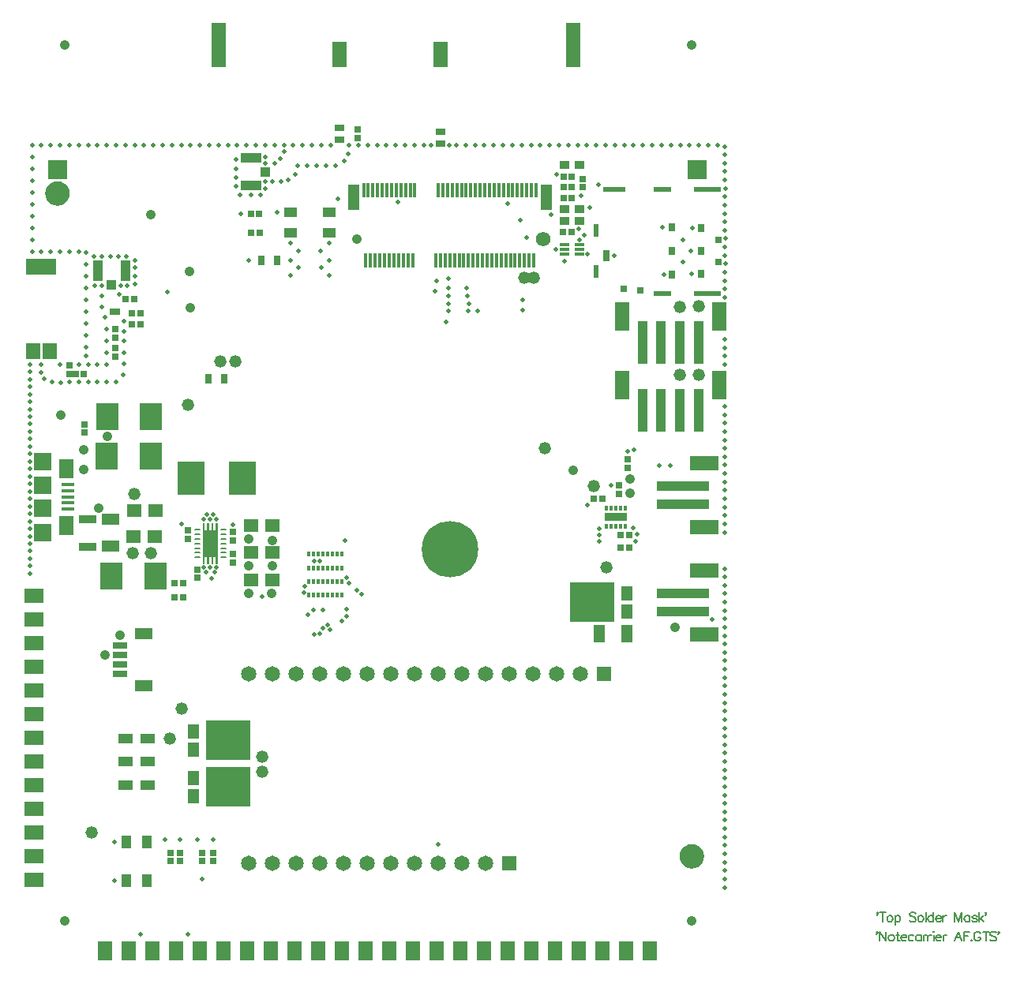
<source format=gts>
G04*
G04 #@! TF.GenerationSoftware,Altium Limited,Altium Designer,20.2.6 (241)*
G04*
G04 Layer_Color=3931*
%FSLAX25Y25*%
%MOIN*%
G70*
G04*
G04 #@! TF.SameCoordinates,785051FB-66B4-4767-B951-84AC3D2C5656*
G04*
G04*
G04 #@! TF.FilePolarity,Negative*
G04*
G01*
G75*
%ADD11C,0.00591*%
G04:AMPARAMS|DCode=19|XSize=9.45mil|YSize=23.62mil|CornerRadius=4.72mil|HoleSize=0mil|Usage=FLASHONLY|Rotation=90.000|XOffset=0mil|YOffset=0mil|HoleType=Round|Shape=RoundedRectangle|*
%AMROUNDEDRECTD19*
21,1,0.00945,0.01417,0,0,90.0*
21,1,0.00000,0.02362,0,0,90.0*
1,1,0.00945,0.00709,0.00000*
1,1,0.00945,0.00709,0.00000*
1,1,0.00945,-0.00709,0.00000*
1,1,0.00945,-0.00709,0.00000*
%
%ADD19ROUNDEDRECTD19*%
%ADD67R,0.04134X0.02559*%
%ADD68R,0.06221X0.11221*%
%ADD69R,0.02798X0.02641*%
%ADD70R,0.04334X0.05712*%
%ADD71R,0.02641X0.02641*%
%ADD72R,0.02641X0.02641*%
%ADD73C,0.05598*%
%ADD74R,0.06200X0.05200*%
%ADD75R,0.09255X0.11224*%
%ADD76R,0.11814X0.13979*%
%ADD77R,0.18507X0.16539*%
%ADD78R,0.04728X0.05909*%
%ADD79R,0.04924X0.11027*%
%ADD80R,0.01381X0.06302*%
%ADD81R,0.06499X0.04137*%
%ADD82R,0.07287X0.04924*%
%ADD83R,0.06302X0.02562*%
%ADD84R,0.05712X0.04334*%
%ADD85R,0.02956X0.02956*%
%ADD86R,0.02169X0.05712*%
%ADD87R,0.02956X0.03153*%
%ADD88R,0.07680X0.01972*%
%ADD89R,0.02956X0.03743*%
%ADD90R,0.02759X0.04924*%
%ADD91R,0.09649X0.01972*%
%ADD92R,0.11617X0.01972*%
%ADD93R,0.02562X0.02562*%
%ADD94R,0.04137X0.17917*%
%ADD95R,0.06499X0.12011*%
%ADD96C,0.04137*%
%ADD97R,0.04098X0.01381*%
%ADD98R,0.07680X0.03743*%
%ADD99R,0.04728X0.07287*%
%ADD100R,0.01184X0.02169*%
%ADD101R,0.09649X0.03507*%
%ADD102R,0.04334X0.04137*%
%ADD103R,0.08861X0.04334*%
%ADD104R,0.02956X0.04137*%
%ADD105R,0.01381X0.02169*%
%ADD106R,0.04137X0.03350*%
%ADD107R,0.05909X0.06893*%
%ADD108R,0.12798X0.06893*%
%ADD109R,0.06106X0.18783*%
%ADD110R,0.06106X0.10909*%
%ADD111R,0.12011X0.06499*%
%ADD112R,0.21854X0.04137*%
%ADD113R,0.01184X0.01184*%
%ADD114R,0.05515X0.01775*%
%ADD115R,0.06499X0.08468*%
%ADD116R,0.07680X0.07680*%
%ADD117R,0.07680X0.07287*%
%ADD118R,0.04216X0.02720*%
%ADD119R,0.04334X0.08861*%
%ADD120R,0.04137X0.04334*%
%ADD121R,0.07287X0.04728*%
%ADD122C,0.06499*%
%ADD123R,0.06499X0.06499*%
%ADD124C,0.06200*%
%ADD125R,0.07838X0.07838*%
%ADD126C,0.23822*%
%ADD127R,0.07877X0.06499*%
%ADD128R,0.06499X0.08074*%
%ADD129C,0.01972*%
%ADD130C,0.05200*%
%ADD131C,0.01968*%
G36*
X15962Y329986D02*
X17207Y329471D01*
X18276Y328650D01*
X19097Y327581D01*
X19612Y326336D01*
X19788Y325000D01*
X19612Y323664D01*
X19097Y322419D01*
X18276Y321350D01*
X17207Y320529D01*
X15962Y320014D01*
X14626Y319838D01*
X13290Y320014D01*
X12045Y320529D01*
X10976Y321350D01*
X10155Y322419D01*
X9640Y323664D01*
X9464Y325000D01*
X9640Y326336D01*
X10155Y327581D01*
X10976Y328650D01*
X12045Y329471D01*
X13290Y329986D01*
X14626Y330162D01*
X15962Y329986D01*
D02*
G37*
G36*
X82244Y168504D02*
X81457D01*
Y171555D01*
X80433D01*
Y168504D01*
X79646D01*
Y171555D01*
X78622D01*
Y168504D01*
X77835D01*
Y171555D01*
X76811D01*
Y168504D01*
X76024D01*
Y185827D01*
X76811D01*
Y182776D01*
X77835D01*
Y185827D01*
X78622D01*
Y182776D01*
X79646D01*
Y185827D01*
X80433D01*
Y182776D01*
X81457D01*
Y185827D01*
X82244D01*
Y168504D01*
D02*
G37*
G36*
X283816Y49986D02*
X285061Y49471D01*
X286131Y48650D01*
X286951Y47581D01*
X287467Y46336D01*
X287643Y45000D01*
X287467Y43664D01*
X286951Y42419D01*
X286131Y41350D01*
X285061Y40529D01*
X283816Y40014D01*
X282480Y39838D01*
X281144Y40014D01*
X279899Y40529D01*
X278830Y41350D01*
X278010Y42419D01*
X277494Y43664D01*
X277318Y45000D01*
X277494Y46336D01*
X278010Y47581D01*
X278830Y48650D01*
X279899Y49471D01*
X281144Y49986D01*
X282480Y50162D01*
X283816Y49986D01*
D02*
G37*
D11*
X360719Y12813D02*
X360531Y13001D01*
X360719Y13188D01*
X360906Y13001D01*
Y12626D01*
X360719Y12251D01*
X360531Y12064D01*
X361769Y13188D02*
Y9252D01*
Y13188D02*
X364393Y9252D01*
Y13188D02*
Y9252D01*
X366417Y11876D02*
X366042Y11689D01*
X365667Y11314D01*
X365480Y10751D01*
Y10377D01*
X365667Y9814D01*
X366042Y9439D01*
X366417Y9252D01*
X366979D01*
X367354Y9439D01*
X367729Y9814D01*
X367916Y10377D01*
Y10751D01*
X367729Y11314D01*
X367354Y11689D01*
X366979Y11876D01*
X366417D01*
X369341Y13188D02*
Y10002D01*
X369529Y9439D01*
X369903Y9252D01*
X370278D01*
X368779Y11876D02*
X370091D01*
X370841Y10751D02*
X373090D01*
Y11126D01*
X372902Y11501D01*
X372715Y11689D01*
X372340Y11876D01*
X371778D01*
X371403Y11689D01*
X371028Y11314D01*
X370841Y10751D01*
Y10377D01*
X371028Y9814D01*
X371403Y9439D01*
X371778Y9252D01*
X372340D01*
X372715Y9439D01*
X373090Y9814D01*
X376182Y11314D02*
X375808Y11689D01*
X375433Y11876D01*
X374870D01*
X374496Y11689D01*
X374121Y11314D01*
X373933Y10751D01*
Y10377D01*
X374121Y9814D01*
X374496Y9439D01*
X374870Y9252D01*
X375433D01*
X375808Y9439D01*
X376182Y9814D01*
X379275Y11876D02*
Y9252D01*
Y11314D02*
X378900Y11689D01*
X378525Y11876D01*
X377963D01*
X377588Y11689D01*
X377213Y11314D01*
X377026Y10751D01*
Y10377D01*
X377213Y9814D01*
X377588Y9439D01*
X377963Y9252D01*
X378525D01*
X378900Y9439D01*
X379275Y9814D01*
X380325Y11876D02*
Y9252D01*
Y10751D02*
X380512Y11314D01*
X380887Y11689D01*
X381262Y11876D01*
X381824D01*
X382180D02*
Y9252D01*
Y10751D02*
X382368Y11314D01*
X382743Y11689D01*
X383118Y11876D01*
X383680D01*
X384411Y13188D02*
X384598Y13001D01*
X384786Y13188D01*
X384598Y13376D01*
X384411Y13188D01*
X384598Y11876D02*
Y9252D01*
X385479Y10751D02*
X387729D01*
Y11126D01*
X387541Y11501D01*
X387354Y11689D01*
X386979Y11876D01*
X386417D01*
X386042Y11689D01*
X385667Y11314D01*
X385479Y10751D01*
Y10377D01*
X385667Y9814D01*
X386042Y9439D01*
X386417Y9252D01*
X386979D01*
X387354Y9439D01*
X387729Y9814D01*
X388572Y11876D02*
Y9252D01*
Y10751D02*
X388759Y11314D01*
X389134Y11689D01*
X389509Y11876D01*
X390072D01*
X396519Y9252D02*
X395020Y13188D01*
X393520Y9252D01*
X394083Y10564D02*
X395957D01*
X397438Y13188D02*
Y9252D01*
Y13188D02*
X399874D01*
X397438Y11314D02*
X398937D01*
X400512Y9627D02*
X400324Y9439D01*
X400512Y9252D01*
X400699Y9439D01*
X400512Y9627D01*
X404373Y12251D02*
X404185Y12626D01*
X403811Y13001D01*
X403436Y13188D01*
X402686D01*
X402311Y13001D01*
X401936Y12626D01*
X401749Y12251D01*
X401561Y11689D01*
Y10751D01*
X401749Y10189D01*
X401936Y9814D01*
X402311Y9439D01*
X402686Y9252D01*
X403436D01*
X403811Y9439D01*
X404185Y9814D01*
X404373Y10189D01*
Y10751D01*
X403436D02*
X404373D01*
X406585Y13188D02*
Y9252D01*
X405273Y13188D02*
X407897D01*
X410989Y12626D02*
X410614Y13001D01*
X410052Y13188D01*
X409302D01*
X408740Y13001D01*
X408365Y12626D01*
Y12251D01*
X408553Y11876D01*
X408740Y11689D01*
X409115Y11501D01*
X410240Y11126D01*
X410614Y10939D01*
X410802Y10751D01*
X410989Y10377D01*
Y9814D01*
X410614Y9439D01*
X410052Y9252D01*
X409302D01*
X408740Y9439D01*
X408365Y9814D01*
X412058Y12813D02*
X411870Y13001D01*
X412058Y13188D01*
X412245Y13001D01*
Y12626D01*
X412058Y12251D01*
X411870Y12064D01*
X360817Y20917D02*
X360630Y21104D01*
X360817Y21292D01*
X361005Y21104D01*
Y20729D01*
X360817Y20354D01*
X360630Y20167D01*
X363179Y21292D02*
Y17355D01*
X361867Y21292D02*
X364491D01*
X365897Y19979D02*
X365522Y19792D01*
X365147Y19417D01*
X364960Y18855D01*
Y18480D01*
X365147Y17918D01*
X365522Y17543D01*
X365897Y17355D01*
X366459D01*
X366834Y17543D01*
X367209Y17918D01*
X367396Y18480D01*
Y18855D01*
X367209Y19417D01*
X366834Y19792D01*
X366459Y19979D01*
X365897D01*
X368259D02*
Y16043D01*
Y19417D02*
X368633Y19792D01*
X369008Y19979D01*
X369571D01*
X369946Y19792D01*
X370320Y19417D01*
X370508Y18855D01*
Y18480D01*
X370320Y17918D01*
X369946Y17543D01*
X369571Y17355D01*
X369008D01*
X368633Y17543D01*
X368259Y17918D01*
X377068Y20729D02*
X376693Y21104D01*
X376131Y21292D01*
X375381D01*
X374819Y21104D01*
X374444Y20729D01*
Y20354D01*
X374631Y19979D01*
X374819Y19792D01*
X375194Y19605D01*
X376318Y19230D01*
X376693Y19042D01*
X376881Y18855D01*
X377068Y18480D01*
Y17918D01*
X376693Y17543D01*
X376131Y17355D01*
X375381D01*
X374819Y17543D01*
X374444Y17918D01*
X378886Y19979D02*
X378511Y19792D01*
X378136Y19417D01*
X377949Y18855D01*
Y18480D01*
X378136Y17918D01*
X378511Y17543D01*
X378886Y17355D01*
X379449D01*
X379823Y17543D01*
X380198Y17918D01*
X380386Y18480D01*
Y18855D01*
X380198Y19417D01*
X379823Y19792D01*
X379449Y19979D01*
X378886D01*
X381248Y21292D02*
Y17355D01*
X384322Y21292D02*
Y17355D01*
Y19417D02*
X383947Y19792D01*
X383572Y19979D01*
X383010D01*
X382635Y19792D01*
X382260Y19417D01*
X382073Y18855D01*
Y18480D01*
X382260Y17918D01*
X382635Y17543D01*
X383010Y17355D01*
X383572D01*
X383947Y17543D01*
X384322Y17918D01*
X385371Y18855D02*
X387621D01*
Y19230D01*
X387433Y19605D01*
X387246Y19792D01*
X386871Y19979D01*
X386309D01*
X385934Y19792D01*
X385559Y19417D01*
X385371Y18855D01*
Y18480D01*
X385559Y17918D01*
X385934Y17543D01*
X386309Y17355D01*
X386871D01*
X387246Y17543D01*
X387621Y17918D01*
X388464Y19979D02*
Y17355D01*
Y18855D02*
X388652Y19417D01*
X389026Y19792D01*
X389401Y19979D01*
X389964D01*
X393412Y21292D02*
Y17355D01*
Y21292D02*
X394912Y17355D01*
X396411Y21292D02*
X394912Y17355D01*
X396411Y21292D02*
Y17355D01*
X399785Y19979D02*
Y17355D01*
Y19417D02*
X399411Y19792D01*
X399036Y19979D01*
X398473D01*
X398098Y19792D01*
X397724Y19417D01*
X397536Y18855D01*
Y18480D01*
X397724Y17918D01*
X398098Y17543D01*
X398473Y17355D01*
X399036D01*
X399411Y17543D01*
X399785Y17918D01*
X402897Y19417D02*
X402709Y19792D01*
X402147Y19979D01*
X401585D01*
X401022Y19792D01*
X400835Y19417D01*
X401022Y19042D01*
X401397Y18855D01*
X402334Y18667D01*
X402709Y18480D01*
X402897Y18105D01*
Y17918D01*
X402709Y17543D01*
X402147Y17355D01*
X401585D01*
X401022Y17543D01*
X400835Y17918D01*
X403722Y21292D02*
Y17355D01*
X405596Y19979D02*
X403722Y18105D01*
X404471Y18855D02*
X405783Y17355D01*
X406589Y20917D02*
X406402Y21104D01*
X406589Y21292D01*
X406777Y21104D01*
Y20729D01*
X406589Y20354D01*
X406402Y20167D01*
D19*
X73622Y171260D02*
D03*
Y173228D02*
D03*
Y175197D02*
D03*
Y177165D02*
D03*
Y179134D02*
D03*
Y181102D02*
D03*
Y183071D02*
D03*
X84646D02*
D03*
Y181102D02*
D03*
Y179134D02*
D03*
Y177165D02*
D03*
Y175197D02*
D03*
Y173228D02*
D03*
Y171260D02*
D03*
D67*
X38945Y275043D02*
D03*
D68*
X79134Y177165D02*
D03*
D69*
X22403Y248803D02*
D03*
X25868D02*
D03*
D70*
X43819Y51055D02*
D03*
X52284D02*
D03*
X43819Y34716D02*
D03*
X52284D02*
D03*
D71*
X66387Y46543D02*
D03*
Y43000D02*
D03*
X64173Y160433D02*
D03*
X67716D02*
D03*
X88691Y172756D02*
D03*
Y169213D02*
D03*
X49649Y274253D02*
D03*
X46106D02*
D03*
X38956Y256192D02*
D03*
Y259735D02*
D03*
X141535Y352008D02*
D03*
Y348465D02*
D03*
X256010Y180566D02*
D03*
X252467D02*
D03*
X236315Y327586D02*
D03*
Y331130D02*
D03*
X228314Y323177D02*
D03*
X231857D02*
D03*
X256008Y175368D02*
D03*
X252465D02*
D03*
X80534Y43000D02*
D03*
Y46543D02*
D03*
X88690Y178512D02*
D03*
Y182055D02*
D03*
X69882Y179134D02*
D03*
Y182677D02*
D03*
X96289Y316558D02*
D03*
X99833D02*
D03*
X19698Y248803D02*
D03*
Y252346D02*
D03*
X26032Y227543D02*
D03*
Y224000D02*
D03*
X49649Y269844D02*
D03*
X46106D02*
D03*
D72*
X62371Y43000D02*
D03*
Y46543D02*
D03*
X67716Y154528D02*
D03*
X64173D02*
D03*
X38956Y264145D02*
D03*
Y267688D02*
D03*
X228314Y331996D02*
D03*
X231857D02*
D03*
Y327587D02*
D03*
X228314D02*
D03*
X241166Y196198D02*
D03*
X244710D02*
D03*
X251690Y198090D02*
D03*
Y201633D02*
D03*
X231644Y308795D02*
D03*
X228100D02*
D03*
X75787Y46543D02*
D03*
Y43000D02*
D03*
X100000Y308516D02*
D03*
X96457D02*
D03*
X255228Y209169D02*
D03*
Y212713D02*
D03*
X73622Y166142D02*
D03*
Y162598D02*
D03*
X47047Y280295D02*
D03*
X43504D02*
D03*
D73*
X79134Y177165D02*
D03*
D74*
X96337Y173250D02*
D03*
X105337D02*
D03*
X105335Y184770D02*
D03*
X96335D02*
D03*
X96226Y161846D02*
D03*
X105226D02*
D03*
X55911Y191197D02*
D03*
X46911D02*
D03*
X55714Y180055D02*
D03*
X46714D02*
D03*
D75*
X54031Y213921D02*
D03*
X35528D02*
D03*
X35633Y230773D02*
D03*
X54137D02*
D03*
X37496Y163331D02*
D03*
X56000D02*
D03*
D76*
X92571Y204724D02*
D03*
X71114D02*
D03*
D77*
X240256Y152264D02*
D03*
X86764Y74288D02*
D03*
Y93933D02*
D03*
D78*
X255020Y156142D02*
D03*
Y148386D02*
D03*
X72000Y78166D02*
D03*
Y70410D02*
D03*
Y90055D02*
D03*
Y97811D02*
D03*
D79*
X139560Y323448D02*
D03*
X221056D02*
D03*
D80*
X143891Y326499D02*
D03*
X144875Y296774D02*
D03*
X145859Y326499D02*
D03*
X146844Y296774D02*
D03*
X147828Y326499D02*
D03*
X148812Y296774D02*
D03*
X149796Y326499D02*
D03*
X150781Y296774D02*
D03*
X151765Y326499D02*
D03*
X152749Y296774D02*
D03*
X153734Y326499D02*
D03*
X154718Y296774D02*
D03*
X155702Y326499D02*
D03*
X156686Y296774D02*
D03*
X157670Y326499D02*
D03*
X158655Y296774D02*
D03*
X159639Y326499D02*
D03*
X160623Y296774D02*
D03*
X161608Y326499D02*
D03*
X162592Y296774D02*
D03*
X163576Y326499D02*
D03*
X164560Y296774D02*
D03*
X165544Y326499D02*
D03*
X174403Y296774D02*
D03*
X175387Y326499D02*
D03*
X176371Y296774D02*
D03*
X177356Y326499D02*
D03*
X178340Y296774D02*
D03*
X179324Y326499D02*
D03*
X180308Y296774D02*
D03*
X181292Y326499D02*
D03*
X182277Y296774D02*
D03*
X183261Y326499D02*
D03*
X184245Y296774D02*
D03*
X185230Y326499D02*
D03*
X186214Y296774D02*
D03*
X187198Y326499D02*
D03*
X188182Y296774D02*
D03*
X189166Y326499D02*
D03*
X190151Y296774D02*
D03*
X191135Y326499D02*
D03*
X192119Y296774D02*
D03*
X193104Y326499D02*
D03*
X194088Y296774D02*
D03*
X195072Y326499D02*
D03*
X196056Y296774D02*
D03*
X197041Y326499D02*
D03*
X198025Y296774D02*
D03*
X199009Y326499D02*
D03*
X199993Y296774D02*
D03*
X200978Y326499D02*
D03*
X201962Y296774D02*
D03*
X202946Y326499D02*
D03*
X203930Y296774D02*
D03*
X204915Y326499D02*
D03*
X205899Y296774D02*
D03*
X206883Y326499D02*
D03*
X207867Y296774D02*
D03*
X208852Y326499D02*
D03*
X209836Y296774D02*
D03*
X210820Y326499D02*
D03*
X211804Y296774D02*
D03*
X212789Y326499D02*
D03*
X213773Y296774D02*
D03*
X214757Y326499D02*
D03*
X215741Y296774D02*
D03*
X216726Y326499D02*
D03*
D81*
X43276Y85000D02*
D03*
X52724Y94842D02*
D03*
Y75157D02*
D03*
X43276D02*
D03*
Y94842D02*
D03*
X52724Y85000D02*
D03*
D82*
X51032Y116992D02*
D03*
Y139039D02*
D03*
D83*
X41091Y122110D02*
D03*
Y126047D02*
D03*
Y129984D02*
D03*
Y133921D02*
D03*
D84*
X129528Y316981D02*
D03*
Y308516D02*
D03*
X113189Y316981D02*
D03*
Y308516D02*
D03*
D85*
X260827Y283913D02*
D03*
D86*
X242126Y292063D02*
D03*
Y309386D02*
D03*
D87*
X253740Y284602D02*
D03*
D88*
X270079Y282634D02*
D03*
Y326630D02*
D03*
D89*
X273937Y290724D02*
D03*
X286417Y291118D02*
D03*
Y300724D02*
D03*
X273937D02*
D03*
Y310724D02*
D03*
X286417Y310331D02*
D03*
D90*
X246358Y298559D02*
D03*
D91*
X249803Y326630D02*
D03*
D92*
X289173Y282634D02*
D03*
Y326630D02*
D03*
D93*
X293701Y295921D02*
D03*
Y305528D02*
D03*
D94*
X261614Y233284D02*
D03*
X269488D02*
D03*
X277362D02*
D03*
X285236D02*
D03*
X285236Y262192D02*
D03*
X277362D02*
D03*
X269488D02*
D03*
X261614D02*
D03*
D95*
X252953Y244111D02*
D03*
X293898D02*
D03*
X293898Y273019D02*
D03*
X252953D02*
D03*
D96*
X282480Y45000D02*
D03*
X14626Y325000D02*
D03*
X140938Y305731D02*
D03*
X17717Y387795D02*
D03*
X282480D02*
D03*
Y17717D02*
D03*
X17717D02*
D03*
X95351Y155948D02*
D03*
X32173Y192183D02*
D03*
X70499Y292121D02*
D03*
X70687Y276640D02*
D03*
X105127Y155948D02*
D03*
X105315Y167704D02*
D03*
Y178493D02*
D03*
X95351Y179134D02*
D03*
X35633Y222399D02*
D03*
X95351Y167704D02*
D03*
X41064Y138514D02*
D03*
X256496Y204528D02*
D03*
X256398Y198228D02*
D03*
X34626Y129984D02*
D03*
X275236Y141732D02*
D03*
X25648Y216572D02*
D03*
Y208357D02*
D03*
X232283Y208032D02*
D03*
X16142Y231496D02*
D03*
X53937Y316142D02*
D03*
D97*
X235026Y303283D02*
D03*
Y299346D02*
D03*
Y301315D02*
D03*
X228688Y303283D02*
D03*
Y301315D02*
D03*
Y299346D02*
D03*
D98*
X27306Y187457D02*
D03*
Y175646D02*
D03*
D99*
X243504Y138976D02*
D03*
X254921D02*
D03*
D100*
X254370Y184543D02*
D03*
Y192024D02*
D03*
X252401Y184543D02*
D03*
Y192024D02*
D03*
X250433Y184543D02*
D03*
Y192024D02*
D03*
X248464Y184543D02*
D03*
Y192024D02*
D03*
X246496Y184543D02*
D03*
Y192024D02*
D03*
D101*
X250433Y188284D02*
D03*
D102*
X102293Y334087D02*
D03*
D103*
X96289Y328279D02*
D03*
Y339894D02*
D03*
D104*
X100591Y296873D02*
D03*
X107283D02*
D03*
X85074Y246858D02*
D03*
X78381D02*
D03*
D105*
X120876Y161144D02*
D03*
X124813D02*
D03*
X122845D02*
D03*
X128750D02*
D03*
X126782D02*
D03*
X134656D02*
D03*
X130719D02*
D03*
X132687D02*
D03*
X122845Y155239D02*
D03*
X120876D02*
D03*
X124813D02*
D03*
X126782D02*
D03*
X130719D02*
D03*
X128750D02*
D03*
X132687D02*
D03*
X134656D02*
D03*
Y172571D02*
D03*
X130719D02*
D03*
X132687D02*
D03*
X128750D02*
D03*
X132687Y166665D02*
D03*
X134656D02*
D03*
X130719D02*
D03*
X128750D02*
D03*
X126782Y172571D02*
D03*
X124813D02*
D03*
X122845D02*
D03*
X120876D02*
D03*
X126782Y166665D02*
D03*
X124813D02*
D03*
X122845D02*
D03*
X120876D02*
D03*
D106*
X228708Y318466D02*
D03*
X235007D02*
D03*
Y313348D02*
D03*
X228708D02*
D03*
X235150Y337063D02*
D03*
X228850D02*
D03*
D107*
X11319Y258268D02*
D03*
X4429D02*
D03*
D108*
X7874Y294095D02*
D03*
D109*
X82677Y387638D02*
D03*
X232283D02*
D03*
D110*
X176378Y383701D02*
D03*
X133858D02*
D03*
D111*
X287598Y184209D02*
D03*
Y210980D02*
D03*
Y138791D02*
D03*
Y165562D02*
D03*
D112*
X278740Y193658D02*
D03*
Y201532D02*
D03*
Y148240D02*
D03*
Y156114D02*
D03*
D113*
X40520Y275830D02*
D03*
Y274255D02*
D03*
X38945D02*
D03*
X37370Y275830D02*
D03*
X38945D02*
D03*
X37370Y274255D02*
D03*
D114*
X18996Y201969D02*
D03*
Y199409D02*
D03*
Y194291D02*
D03*
Y196850D02*
D03*
Y191732D02*
D03*
D115*
X18504Y208858D02*
D03*
Y184843D02*
D03*
D116*
X8465Y201575D02*
D03*
Y192126D02*
D03*
D117*
Y211811D02*
D03*
Y181890D02*
D03*
D118*
X176378Y346063D02*
D03*
Y351102D02*
D03*
X133858Y347716D02*
D03*
Y352756D02*
D03*
D119*
X43246Y292313D02*
D03*
X31632D02*
D03*
D120*
X37439Y286309D02*
D03*
D121*
X37000Y187378D02*
D03*
Y175961D02*
D03*
D122*
X165236Y122000D02*
D03*
X175236D02*
D03*
X185236D02*
D03*
X195236D02*
D03*
X205236D02*
D03*
X215236D02*
D03*
X225236D02*
D03*
X235236D02*
D03*
X155236D02*
D03*
X145236D02*
D03*
X135236D02*
D03*
X125236D02*
D03*
X115236D02*
D03*
X105236D02*
D03*
X95236D02*
D03*
Y42000D02*
D03*
X105236D02*
D03*
X115236D02*
D03*
X195236D02*
D03*
X185236D02*
D03*
X175236D02*
D03*
X165236D02*
D03*
X155236D02*
D03*
X145236D02*
D03*
X135236D02*
D03*
X125236D02*
D03*
D123*
X245236Y122000D02*
D03*
X205236Y42000D02*
D03*
D124*
X219678Y305731D02*
D03*
D125*
X284626Y335000D02*
D03*
X14626D02*
D03*
D126*
X180308Y174826D02*
D03*
D127*
X4626Y145000D02*
D03*
Y155000D02*
D03*
Y135000D02*
D03*
Y75000D02*
D03*
Y65000D02*
D03*
Y35000D02*
D03*
Y45000D02*
D03*
Y55000D02*
D03*
Y125000D02*
D03*
Y115000D02*
D03*
Y95000D02*
D03*
Y85000D02*
D03*
Y105000D02*
D03*
D128*
X264626Y5000D02*
D03*
X254626D02*
D03*
X244626D02*
D03*
X234626D02*
D03*
X224626D02*
D03*
X144626D02*
D03*
X154626D02*
D03*
X164626D02*
D03*
X174626D02*
D03*
X184626D02*
D03*
X194626D02*
D03*
X204626D02*
D03*
X214626D02*
D03*
X64626D02*
D03*
X54626D02*
D03*
X34626D02*
D03*
X44626D02*
D03*
X134626D02*
D03*
X104626D02*
D03*
X94626D02*
D03*
X84626D02*
D03*
X74626D02*
D03*
X114626D02*
D03*
X124626D02*
D03*
D129*
X122845Y149113D02*
D03*
X248464Y201633D02*
D03*
X296260Y35433D02*
D03*
Y31890D02*
D03*
Y42520D02*
D03*
Y49606D02*
D03*
Y46063D02*
D03*
Y113386D02*
D03*
Y120472D02*
D03*
Y116929D02*
D03*
X75787Y35433D02*
D03*
X175236Y50197D02*
D03*
X73583Y52165D02*
D03*
X38803Y50937D02*
D03*
X100963Y154797D02*
D03*
X140945Y157404D02*
D03*
X137702Y160450D02*
D03*
X134656Y144542D02*
D03*
X119112Y158969D02*
D03*
X136821Y149470D02*
D03*
X122942Y169615D02*
D03*
X129823Y140639D02*
D03*
X66929Y185335D02*
D03*
X259274Y181008D02*
D03*
X132924Y322632D02*
D03*
X79646Y162441D02*
D03*
X88651Y185078D02*
D03*
X81123Y164957D02*
D03*
X77294D02*
D03*
X81850Y187270D02*
D03*
X77836Y189349D02*
D03*
X80433Y189370D02*
D03*
X79134Y187270D02*
D03*
X76417Y187346D02*
D03*
X81850Y167215D02*
D03*
X79134D02*
D03*
X76417D02*
D03*
X122937Y138685D02*
D03*
X120324Y147222D02*
D03*
X125347Y139063D02*
D03*
X268701Y210000D02*
D03*
X118587Y156377D02*
D03*
X126585Y141279D02*
D03*
X128657Y142845D02*
D03*
X136034Y178493D02*
D03*
X126585Y149113D02*
D03*
X136821Y146372D02*
D03*
X125408Y169588D02*
D03*
X258032Y216636D02*
D03*
X69665Y12000D02*
D03*
X49649D02*
D03*
X273491Y210000D02*
D03*
X296260Y81496D02*
D03*
Y85039D02*
D03*
Y77953D02*
D03*
X3179Y186502D02*
D03*
Y189651D02*
D03*
Y195950D02*
D03*
Y170754D02*
D03*
Y173903D02*
D03*
Y177053D02*
D03*
Y180202D02*
D03*
Y183352D02*
D03*
X3164Y205455D02*
D03*
Y208605D02*
D03*
Y211755D02*
D03*
Y214904D02*
D03*
Y192857D02*
D03*
Y199156D02*
D03*
Y202306D02*
D03*
X3179Y164454D02*
D03*
Y167604D02*
D03*
X60166Y52165D02*
D03*
X38803Y34835D02*
D03*
X293307Y345295D02*
D03*
X285433D02*
D03*
X281496D02*
D03*
X277559D02*
D03*
X273622D02*
D03*
X289370D02*
D03*
X253937D02*
D03*
X250000D02*
D03*
X246063D02*
D03*
X242126D02*
D03*
X269685D02*
D03*
X265748D02*
D03*
X261811D02*
D03*
X257874D02*
D03*
X296260Y334252D02*
D03*
Y341338D02*
D03*
Y337795D02*
D03*
Y344882D02*
D03*
Y284646D02*
D03*
Y291732D02*
D03*
Y288189D02*
D03*
Y298819D02*
D03*
X296654Y305906D02*
D03*
Y295276D02*
D03*
X296260Y302362D02*
D03*
Y312992D02*
D03*
Y309449D02*
D03*
X296654Y327165D02*
D03*
X296260Y330709D02*
D03*
Y320079D02*
D03*
Y323622D02*
D03*
Y316535D02*
D03*
Y235039D02*
D03*
Y256299D02*
D03*
Y252756D02*
D03*
Y263386D02*
D03*
Y259842D02*
D03*
Y281102D02*
D03*
X238481Y299393D02*
D03*
X270592Y290724D02*
D03*
X278582Y295921D02*
D03*
X237140Y307467D02*
D03*
X270087Y310763D02*
D03*
X278633Y305532D02*
D03*
X282574Y310331D02*
D03*
X282328Y291118D02*
D03*
X249639Y298559D02*
D03*
X282172Y300724D02*
D03*
X129528Y303982D02*
D03*
X113189D02*
D03*
X125880Y300810D02*
D03*
X204697Y320854D02*
D03*
X210132Y313866D02*
D03*
X143096Y155750D02*
D03*
X187799Y281681D02*
D03*
X179715Y288914D02*
D03*
X174838Y288209D02*
D03*
X136872Y162852D02*
D03*
X7874Y345295D02*
D03*
X3937D02*
D03*
X3937Y340295D02*
D03*
X258576Y177996D02*
D03*
X225015Y301346D02*
D03*
X296260Y217323D02*
D03*
Y224409D02*
D03*
Y220866D02*
D03*
Y231496D02*
D03*
Y227953D02*
D03*
Y38976D02*
D03*
Y56693D02*
D03*
Y53150D02*
D03*
Y63779D02*
D03*
Y67323D02*
D03*
Y60236D02*
D03*
Y74409D02*
D03*
Y70866D02*
D03*
Y88583D02*
D03*
Y95669D02*
D03*
Y99213D02*
D03*
Y92126D02*
D03*
Y106299D02*
D03*
Y102756D02*
D03*
Y109843D02*
D03*
Y127559D02*
D03*
Y131102D02*
D03*
Y124016D02*
D03*
X255228Y216059D02*
D03*
X80534Y52137D02*
D03*
X116431Y300810D02*
D03*
X116535Y293723D02*
D03*
X125984D02*
D03*
X239365Y319056D02*
D03*
X234572Y310189D02*
D03*
X178682Y270669D02*
D03*
X211174Y275590D02*
D03*
X192119Y275319D02*
D03*
X174059Y283689D02*
D03*
X188159Y275343D02*
D03*
X211174Y280213D02*
D03*
X179678Y285188D02*
D03*
X179718Y281633D02*
D03*
Y278469D02*
D03*
Y275319D02*
D03*
X188245Y278469D02*
D03*
X187238Y285188D02*
D03*
X235579Y324115D02*
D03*
X228784Y296260D02*
D03*
X107510Y316981D02*
D03*
X129277Y290354D02*
D03*
X113189D02*
D03*
X129277Y296873D02*
D03*
X113189Y296873D02*
D03*
X91959Y316558D02*
D03*
X66387Y52165D02*
D03*
X61024Y283455D02*
D03*
X235204Y305449D02*
D03*
X225434Y333106D02*
D03*
X95272Y296873D02*
D03*
X234252Y345295D02*
D03*
X180118D02*
D03*
X129921D02*
D03*
X82677D02*
D03*
X78740D02*
D03*
X296260Y210236D02*
D03*
Y213779D02*
D03*
Y203150D02*
D03*
Y196063D02*
D03*
Y155905D02*
D03*
Y162992D02*
D03*
X291071Y145176D02*
D03*
X243504Y180709D02*
D03*
X296260Y206693D02*
D03*
Y199606D02*
D03*
Y188976D02*
D03*
Y192520D02*
D03*
Y181890D02*
D03*
Y185433D02*
D03*
Y166535D02*
D03*
Y159449D02*
D03*
Y148819D02*
D03*
Y152362D02*
D03*
Y141732D02*
D03*
Y145276D02*
D03*
Y134646D02*
D03*
Y138189D02*
D03*
X257577Y183739D02*
D03*
X238386Y193307D02*
D03*
X243504Y183465D02*
D03*
Y177953D02*
D03*
X206693Y345295D02*
D03*
X210630D02*
D03*
X212813Y306453D02*
D03*
X214567Y345295D02*
D03*
X218504D02*
D03*
X222973Y316072D02*
D03*
X222441Y345295D02*
D03*
X226378D02*
D03*
X230315D02*
D03*
X238189D02*
D03*
X243110Y328760D02*
D03*
X3135Y252812D02*
D03*
X3150Y237008D02*
D03*
Y233858D02*
D03*
Y230709D02*
D03*
Y227559D02*
D03*
Y224409D02*
D03*
Y221260D02*
D03*
Y218110D02*
D03*
Y249606D02*
D03*
Y246457D02*
D03*
Y243307D02*
D03*
Y240158D02*
D03*
X3937Y335295D02*
D03*
Y330295D02*
D03*
Y325295D02*
D03*
Y320295D02*
D03*
Y315295D02*
D03*
Y310295D02*
D03*
Y305295D02*
D03*
Y300295D02*
D03*
X7777Y249458D02*
D03*
X7874Y300295D02*
D03*
Y252795D02*
D03*
X9213Y246740D02*
D03*
X11811Y345295D02*
D03*
Y300295D02*
D03*
X12308Y245281D02*
D03*
X15748Y345295D02*
D03*
Y300295D02*
D03*
Y252795D02*
D03*
X15976Y245126D02*
D03*
X19685Y345295D02*
D03*
Y300295D02*
D03*
Y245295D02*
D03*
X23622Y345295D02*
D03*
Y300295D02*
D03*
Y252795D02*
D03*
Y245295D02*
D03*
X26852Y300207D02*
D03*
Y295207D02*
D03*
Y290207D02*
D03*
Y285207D02*
D03*
Y280207D02*
D03*
Y275207D02*
D03*
Y270207D02*
D03*
Y265207D02*
D03*
Y260207D02*
D03*
X26861Y256243D02*
D03*
X27559Y345295D02*
D03*
Y252795D02*
D03*
Y245295D02*
D03*
X29921Y298425D02*
D03*
X30315Y286221D02*
D03*
X31496Y345295D02*
D03*
Y252795D02*
D03*
Y245295D02*
D03*
X33282Y286170D02*
D03*
Y281616D02*
D03*
X33465Y298425D02*
D03*
X33548Y277152D02*
D03*
X34874Y272688D02*
D03*
X35433Y345295D02*
D03*
Y267795D02*
D03*
Y262795D02*
D03*
Y257795D02*
D03*
Y252795D02*
D03*
Y245295D02*
D03*
X37008Y298425D02*
D03*
X39370Y345295D02*
D03*
Y245295D02*
D03*
X40551Y298425D02*
D03*
X40806Y282302D02*
D03*
X41460Y286170D02*
D03*
X42298Y248397D02*
D03*
X42608Y270985D02*
D03*
Y266764D02*
D03*
X42652Y262742D02*
D03*
X42718Y257857D02*
D03*
X42785Y253061D02*
D03*
X43307Y345295D02*
D03*
X43701Y298425D02*
D03*
X44094Y286221D02*
D03*
X47230Y286656D02*
D03*
X47244Y345295D02*
D03*
Y296850D02*
D03*
Y293701D02*
D03*
Y290158D02*
D03*
X51181Y345295D02*
D03*
X55118D02*
D03*
X59055D02*
D03*
X62992D02*
D03*
X66929D02*
D03*
X70866D02*
D03*
X74803D02*
D03*
X86614D02*
D03*
X90158Y339370D02*
D03*
Y335433D02*
D03*
Y331890D02*
D03*
Y327953D02*
D03*
X91732Y324409D02*
D03*
X90551Y345295D02*
D03*
X94488D02*
D03*
X96457Y324409D02*
D03*
X98425Y345295D02*
D03*
X100394Y324409D02*
D03*
X102299Y330105D02*
D03*
X102362Y340551D02*
D03*
Y337795D02*
D03*
Y327165D02*
D03*
X102362Y345295D02*
D03*
X105548Y330017D02*
D03*
X106299Y337795D02*
D03*
X106299Y345295D02*
D03*
X108885Y339697D02*
D03*
X108952Y330194D02*
D03*
X110236Y342795D02*
D03*
Y345295D02*
D03*
X112205Y330709D02*
D03*
X115117Y333133D02*
D03*
X114173Y345295D02*
D03*
X116142Y336614D02*
D03*
X118110Y345295D02*
D03*
X120079Y336614D02*
D03*
X122047Y345295D02*
D03*
X124016Y336614D02*
D03*
X125984Y345295D02*
D03*
X127953Y336614D02*
D03*
X131890D02*
D03*
X135827Y338583D02*
D03*
X137462Y341731D02*
D03*
X137795Y345295D02*
D03*
X141732D02*
D03*
X145669D02*
D03*
X149606D02*
D03*
X153543D02*
D03*
X157480D02*
D03*
X158299Y321391D02*
D03*
X161417Y345295D02*
D03*
X165354D02*
D03*
X169291D02*
D03*
X172483Y345331D02*
D03*
X183071Y345295D02*
D03*
X187008D02*
D03*
X190945D02*
D03*
X194882D02*
D03*
X198819D02*
D03*
X202756D02*
D03*
D130*
X62008Y94842D02*
D03*
X66929Y107283D02*
D03*
X69663Y235694D02*
D03*
X54171Y173223D02*
D03*
X46262Y173182D02*
D03*
X285236Y248235D02*
D03*
X277362D02*
D03*
Y277143D02*
D03*
X28952Y54968D02*
D03*
X285236Y277362D02*
D03*
X240969Y201396D02*
D03*
X220472Y217520D02*
D03*
X101047Y80709D02*
D03*
Y87083D02*
D03*
X89804Y253937D02*
D03*
X83499D02*
D03*
X211804Y289370D02*
D03*
X215741D02*
D03*
X46970Y198054D02*
D03*
X246496Y167000D02*
D03*
D131*
X81102Y181102D02*
D03*
Y179134D02*
D03*
Y177165D02*
D03*
Y175197D02*
D03*
Y173228D02*
D03*
X79134Y179134D02*
D03*
Y181102D02*
D03*
X77165Y175197D02*
D03*
Y173228D02*
D03*
X79134Y177165D02*
D03*
Y175197D02*
D03*
Y173228D02*
D03*
X77165Y181102D02*
D03*
Y179134D02*
D03*
Y177165D02*
D03*
M02*

</source>
